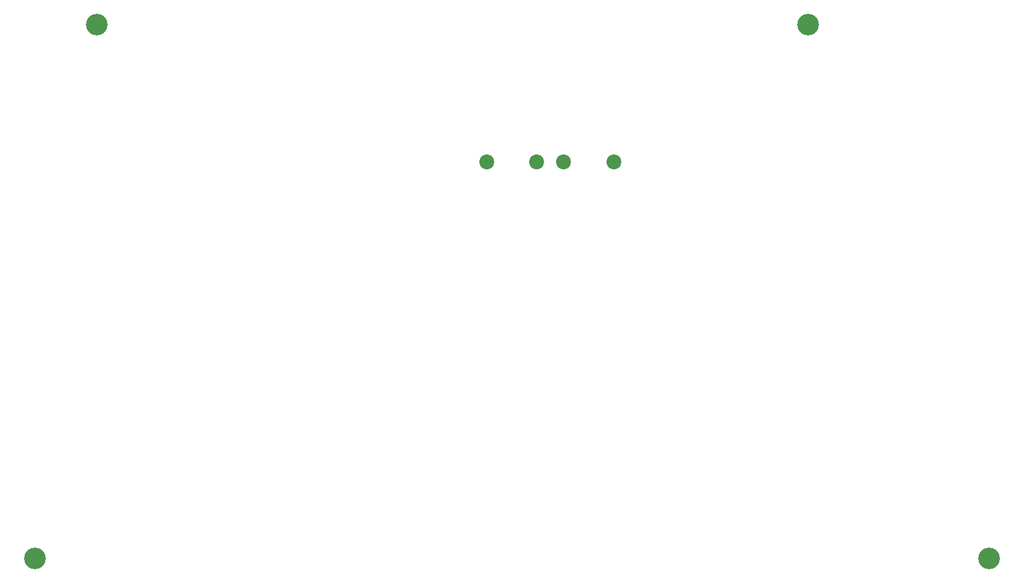
<source format=gbr>
%TF.GenerationSoftware,KiCad,Pcbnew,8.0.2*%
%TF.CreationDate,2025-02-27T21:24:36+01:00*%
%TF.ProjectId,Master_FT25,4d617374-6572-45f4-9654-32352e6b6963,rev?*%
%TF.SameCoordinates,Original*%
%TF.FileFunction,NonPlated,1,4,NPTH,Drill*%
%TF.FilePolarity,Positive*%
%FSLAX46Y46*%
G04 Gerber Fmt 4.6, Leading zero omitted, Abs format (unit mm)*
G04 Created by KiCad (PCBNEW 8.0.2) date 2025-02-27 21:24:36*
%MOMM*%
%LPD*%
G01*
G04 APERTURE LIST*
%TA.AperFunction,ComponentDrill*%
%ADD10C,2.200000*%
%TD*%
%TA.AperFunction,ComponentDrill*%
%ADD11C,3.200000*%
%TD*%
G04 APERTURE END LIST*
D10*
%TO.C,J13*%
X121485000Y-76535000D03*
X128915000Y-76535000D03*
%TO.C,J12*%
X132885000Y-76550000D03*
X140315000Y-76550000D03*
D11*
%TO.C,H4*%
X54750000Y-135200000D03*
%TO.C,H3*%
X63850000Y-56250000D03*
%TO.C,H1*%
X168980000Y-56220000D03*
%TO.C,H5*%
X195750000Y-135200000D03*
M02*

</source>
